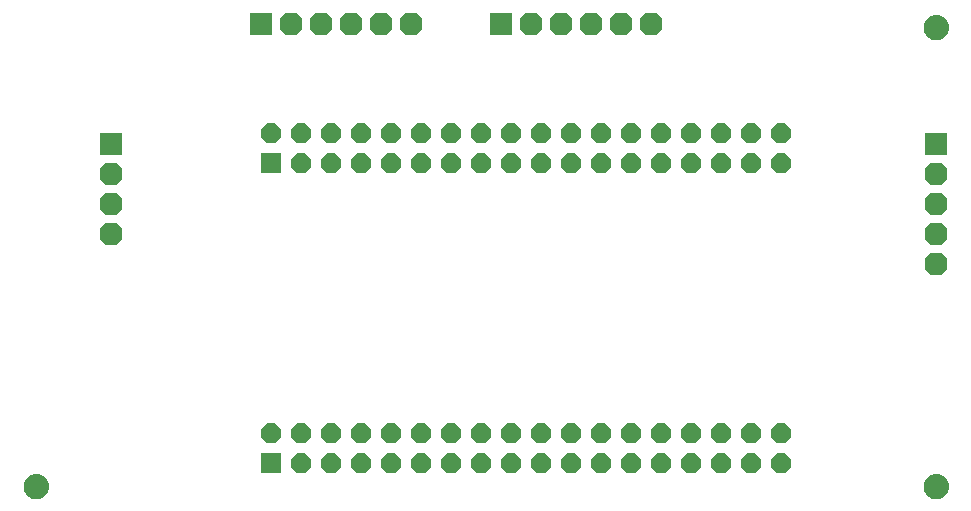
<source format=gbr>
G04 EAGLE Gerber RS-274X export*
G75*
%MOMM*%
%FSLAX34Y34*%
%LPD*%
%INSoldermask Top*%
%IPPOS*%
%AMOC8*
5,1,8,0,0,1.08239X$1,22.5*%
G01*
%ADD10R,1.676400X1.676400*%
%ADD11P,1.814519X8X22.500000*%
%ADD12P,2.089446X8X112.500000*%
%ADD13R,1.930400X1.930400*%
%ADD14P,2.089446X8X22.500000*%
%ADD15C,0.609600*%
%ADD16C,1.168400*%


D10*
X236900Y108960D03*
D11*
X236900Y134360D03*
X262300Y108960D03*
X262300Y134360D03*
X287700Y108960D03*
X287700Y134360D03*
X313100Y108960D03*
X313100Y134360D03*
X338500Y108960D03*
X338500Y134360D03*
X363900Y108960D03*
X363900Y134360D03*
X389300Y108960D03*
X389300Y134360D03*
X414700Y108960D03*
X414700Y134360D03*
X440100Y108960D03*
X440100Y134360D03*
X465500Y108960D03*
X465500Y134360D03*
X490900Y108960D03*
X490900Y134360D03*
X516300Y108960D03*
X516300Y134360D03*
X541700Y108960D03*
X541700Y134360D03*
X567100Y108960D03*
X567100Y134360D03*
X592500Y108960D03*
X592500Y134360D03*
X617900Y108960D03*
X617900Y134360D03*
X643300Y108960D03*
X643300Y134360D03*
X668700Y108960D03*
X668700Y134360D03*
D10*
X236900Y362960D03*
D11*
X236900Y388360D03*
X262300Y362960D03*
X262300Y388360D03*
X287700Y362960D03*
X287700Y388360D03*
X313100Y362960D03*
X313100Y388360D03*
X338500Y362960D03*
X338500Y388360D03*
X363900Y362960D03*
X363900Y388360D03*
X389300Y362960D03*
X389300Y388360D03*
X414700Y362960D03*
X414700Y388360D03*
X440100Y362960D03*
X440100Y388360D03*
X465500Y362960D03*
X465500Y388360D03*
X490900Y362960D03*
X490900Y388360D03*
X516300Y362960D03*
X516300Y388360D03*
X541700Y362960D03*
X541700Y388360D03*
X567100Y362960D03*
X567100Y388360D03*
X592500Y362960D03*
X592500Y388360D03*
X617900Y362960D03*
X617900Y388360D03*
X643300Y362960D03*
X643300Y388360D03*
X668700Y362960D03*
X668700Y388360D03*
D12*
X457200Y480060D03*
D13*
X431800Y480060D03*
D12*
X482600Y480060D03*
X508000Y480060D03*
X533400Y480060D03*
X558800Y480060D03*
X254000Y480060D03*
D13*
X228600Y480060D03*
D12*
X279400Y480060D03*
X304800Y480060D03*
X330200Y480060D03*
X355600Y480060D03*
D14*
X101600Y353060D03*
D13*
X101600Y378460D03*
D14*
X101600Y327660D03*
X101600Y302260D03*
X800100Y353060D03*
D13*
X800100Y378460D03*
D14*
X800100Y327660D03*
X800100Y302260D03*
X800100Y276860D03*
D15*
X30480Y88900D02*
X30482Y89087D01*
X30489Y89274D01*
X30501Y89461D01*
X30517Y89647D01*
X30537Y89833D01*
X30562Y90018D01*
X30592Y90203D01*
X30626Y90387D01*
X30665Y90570D01*
X30708Y90752D01*
X30756Y90932D01*
X30808Y91112D01*
X30865Y91290D01*
X30925Y91467D01*
X30991Y91642D01*
X31060Y91816D01*
X31134Y91988D01*
X31212Y92158D01*
X31294Y92326D01*
X31380Y92492D01*
X31470Y92656D01*
X31564Y92817D01*
X31662Y92977D01*
X31764Y93133D01*
X31870Y93288D01*
X31980Y93439D01*
X32093Y93588D01*
X32210Y93734D01*
X32330Y93877D01*
X32454Y94017D01*
X32581Y94154D01*
X32712Y94288D01*
X32846Y94419D01*
X32983Y94546D01*
X33123Y94670D01*
X33266Y94790D01*
X33412Y94907D01*
X33561Y95020D01*
X33712Y95130D01*
X33867Y95236D01*
X34023Y95338D01*
X34183Y95436D01*
X34344Y95530D01*
X34508Y95620D01*
X34674Y95706D01*
X34842Y95788D01*
X35012Y95866D01*
X35184Y95940D01*
X35358Y96009D01*
X35533Y96075D01*
X35710Y96135D01*
X35888Y96192D01*
X36068Y96244D01*
X36248Y96292D01*
X36430Y96335D01*
X36613Y96374D01*
X36797Y96408D01*
X36982Y96438D01*
X37167Y96463D01*
X37353Y96483D01*
X37539Y96499D01*
X37726Y96511D01*
X37913Y96518D01*
X38100Y96520D01*
X38287Y96518D01*
X38474Y96511D01*
X38661Y96499D01*
X38847Y96483D01*
X39033Y96463D01*
X39218Y96438D01*
X39403Y96408D01*
X39587Y96374D01*
X39770Y96335D01*
X39952Y96292D01*
X40132Y96244D01*
X40312Y96192D01*
X40490Y96135D01*
X40667Y96075D01*
X40842Y96009D01*
X41016Y95940D01*
X41188Y95866D01*
X41358Y95788D01*
X41526Y95706D01*
X41692Y95620D01*
X41856Y95530D01*
X42017Y95436D01*
X42177Y95338D01*
X42333Y95236D01*
X42488Y95130D01*
X42639Y95020D01*
X42788Y94907D01*
X42934Y94790D01*
X43077Y94670D01*
X43217Y94546D01*
X43354Y94419D01*
X43488Y94288D01*
X43619Y94154D01*
X43746Y94017D01*
X43870Y93877D01*
X43990Y93734D01*
X44107Y93588D01*
X44220Y93439D01*
X44330Y93288D01*
X44436Y93133D01*
X44538Y92977D01*
X44636Y92817D01*
X44730Y92656D01*
X44820Y92492D01*
X44906Y92326D01*
X44988Y92158D01*
X45066Y91988D01*
X45140Y91816D01*
X45209Y91642D01*
X45275Y91467D01*
X45335Y91290D01*
X45392Y91112D01*
X45444Y90932D01*
X45492Y90752D01*
X45535Y90570D01*
X45574Y90387D01*
X45608Y90203D01*
X45638Y90018D01*
X45663Y89833D01*
X45683Y89647D01*
X45699Y89461D01*
X45711Y89274D01*
X45718Y89087D01*
X45720Y88900D01*
X45718Y88713D01*
X45711Y88526D01*
X45699Y88339D01*
X45683Y88153D01*
X45663Y87967D01*
X45638Y87782D01*
X45608Y87597D01*
X45574Y87413D01*
X45535Y87230D01*
X45492Y87048D01*
X45444Y86868D01*
X45392Y86688D01*
X45335Y86510D01*
X45275Y86333D01*
X45209Y86158D01*
X45140Y85984D01*
X45066Y85812D01*
X44988Y85642D01*
X44906Y85474D01*
X44820Y85308D01*
X44730Y85144D01*
X44636Y84983D01*
X44538Y84823D01*
X44436Y84667D01*
X44330Y84512D01*
X44220Y84361D01*
X44107Y84212D01*
X43990Y84066D01*
X43870Y83923D01*
X43746Y83783D01*
X43619Y83646D01*
X43488Y83512D01*
X43354Y83381D01*
X43217Y83254D01*
X43077Y83130D01*
X42934Y83010D01*
X42788Y82893D01*
X42639Y82780D01*
X42488Y82670D01*
X42333Y82564D01*
X42177Y82462D01*
X42017Y82364D01*
X41856Y82270D01*
X41692Y82180D01*
X41526Y82094D01*
X41358Y82012D01*
X41188Y81934D01*
X41016Y81860D01*
X40842Y81791D01*
X40667Y81725D01*
X40490Y81665D01*
X40312Y81608D01*
X40132Y81556D01*
X39952Y81508D01*
X39770Y81465D01*
X39587Y81426D01*
X39403Y81392D01*
X39218Y81362D01*
X39033Y81337D01*
X38847Y81317D01*
X38661Y81301D01*
X38474Y81289D01*
X38287Y81282D01*
X38100Y81280D01*
X37913Y81282D01*
X37726Y81289D01*
X37539Y81301D01*
X37353Y81317D01*
X37167Y81337D01*
X36982Y81362D01*
X36797Y81392D01*
X36613Y81426D01*
X36430Y81465D01*
X36248Y81508D01*
X36068Y81556D01*
X35888Y81608D01*
X35710Y81665D01*
X35533Y81725D01*
X35358Y81791D01*
X35184Y81860D01*
X35012Y81934D01*
X34842Y82012D01*
X34674Y82094D01*
X34508Y82180D01*
X34344Y82270D01*
X34183Y82364D01*
X34023Y82462D01*
X33867Y82564D01*
X33712Y82670D01*
X33561Y82780D01*
X33412Y82893D01*
X33266Y83010D01*
X33123Y83130D01*
X32983Y83254D01*
X32846Y83381D01*
X32712Y83512D01*
X32581Y83646D01*
X32454Y83783D01*
X32330Y83923D01*
X32210Y84066D01*
X32093Y84212D01*
X31980Y84361D01*
X31870Y84512D01*
X31764Y84667D01*
X31662Y84823D01*
X31564Y84983D01*
X31470Y85144D01*
X31380Y85308D01*
X31294Y85474D01*
X31212Y85642D01*
X31134Y85812D01*
X31060Y85984D01*
X30991Y86158D01*
X30925Y86333D01*
X30865Y86510D01*
X30808Y86688D01*
X30756Y86868D01*
X30708Y87048D01*
X30665Y87230D01*
X30626Y87413D01*
X30592Y87597D01*
X30562Y87782D01*
X30537Y87967D01*
X30517Y88153D01*
X30501Y88339D01*
X30489Y88526D01*
X30482Y88713D01*
X30480Y88900D01*
D16*
X38100Y88900D03*
D15*
X792480Y88900D02*
X792482Y89087D01*
X792489Y89274D01*
X792501Y89461D01*
X792517Y89647D01*
X792537Y89833D01*
X792562Y90018D01*
X792592Y90203D01*
X792626Y90387D01*
X792665Y90570D01*
X792708Y90752D01*
X792756Y90932D01*
X792808Y91112D01*
X792865Y91290D01*
X792925Y91467D01*
X792991Y91642D01*
X793060Y91816D01*
X793134Y91988D01*
X793212Y92158D01*
X793294Y92326D01*
X793380Y92492D01*
X793470Y92656D01*
X793564Y92817D01*
X793662Y92977D01*
X793764Y93133D01*
X793870Y93288D01*
X793980Y93439D01*
X794093Y93588D01*
X794210Y93734D01*
X794330Y93877D01*
X794454Y94017D01*
X794581Y94154D01*
X794712Y94288D01*
X794846Y94419D01*
X794983Y94546D01*
X795123Y94670D01*
X795266Y94790D01*
X795412Y94907D01*
X795561Y95020D01*
X795712Y95130D01*
X795867Y95236D01*
X796023Y95338D01*
X796183Y95436D01*
X796344Y95530D01*
X796508Y95620D01*
X796674Y95706D01*
X796842Y95788D01*
X797012Y95866D01*
X797184Y95940D01*
X797358Y96009D01*
X797533Y96075D01*
X797710Y96135D01*
X797888Y96192D01*
X798068Y96244D01*
X798248Y96292D01*
X798430Y96335D01*
X798613Y96374D01*
X798797Y96408D01*
X798982Y96438D01*
X799167Y96463D01*
X799353Y96483D01*
X799539Y96499D01*
X799726Y96511D01*
X799913Y96518D01*
X800100Y96520D01*
X800287Y96518D01*
X800474Y96511D01*
X800661Y96499D01*
X800847Y96483D01*
X801033Y96463D01*
X801218Y96438D01*
X801403Y96408D01*
X801587Y96374D01*
X801770Y96335D01*
X801952Y96292D01*
X802132Y96244D01*
X802312Y96192D01*
X802490Y96135D01*
X802667Y96075D01*
X802842Y96009D01*
X803016Y95940D01*
X803188Y95866D01*
X803358Y95788D01*
X803526Y95706D01*
X803692Y95620D01*
X803856Y95530D01*
X804017Y95436D01*
X804177Y95338D01*
X804333Y95236D01*
X804488Y95130D01*
X804639Y95020D01*
X804788Y94907D01*
X804934Y94790D01*
X805077Y94670D01*
X805217Y94546D01*
X805354Y94419D01*
X805488Y94288D01*
X805619Y94154D01*
X805746Y94017D01*
X805870Y93877D01*
X805990Y93734D01*
X806107Y93588D01*
X806220Y93439D01*
X806330Y93288D01*
X806436Y93133D01*
X806538Y92977D01*
X806636Y92817D01*
X806730Y92656D01*
X806820Y92492D01*
X806906Y92326D01*
X806988Y92158D01*
X807066Y91988D01*
X807140Y91816D01*
X807209Y91642D01*
X807275Y91467D01*
X807335Y91290D01*
X807392Y91112D01*
X807444Y90932D01*
X807492Y90752D01*
X807535Y90570D01*
X807574Y90387D01*
X807608Y90203D01*
X807638Y90018D01*
X807663Y89833D01*
X807683Y89647D01*
X807699Y89461D01*
X807711Y89274D01*
X807718Y89087D01*
X807720Y88900D01*
X807718Y88713D01*
X807711Y88526D01*
X807699Y88339D01*
X807683Y88153D01*
X807663Y87967D01*
X807638Y87782D01*
X807608Y87597D01*
X807574Y87413D01*
X807535Y87230D01*
X807492Y87048D01*
X807444Y86868D01*
X807392Y86688D01*
X807335Y86510D01*
X807275Y86333D01*
X807209Y86158D01*
X807140Y85984D01*
X807066Y85812D01*
X806988Y85642D01*
X806906Y85474D01*
X806820Y85308D01*
X806730Y85144D01*
X806636Y84983D01*
X806538Y84823D01*
X806436Y84667D01*
X806330Y84512D01*
X806220Y84361D01*
X806107Y84212D01*
X805990Y84066D01*
X805870Y83923D01*
X805746Y83783D01*
X805619Y83646D01*
X805488Y83512D01*
X805354Y83381D01*
X805217Y83254D01*
X805077Y83130D01*
X804934Y83010D01*
X804788Y82893D01*
X804639Y82780D01*
X804488Y82670D01*
X804333Y82564D01*
X804177Y82462D01*
X804017Y82364D01*
X803856Y82270D01*
X803692Y82180D01*
X803526Y82094D01*
X803358Y82012D01*
X803188Y81934D01*
X803016Y81860D01*
X802842Y81791D01*
X802667Y81725D01*
X802490Y81665D01*
X802312Y81608D01*
X802132Y81556D01*
X801952Y81508D01*
X801770Y81465D01*
X801587Y81426D01*
X801403Y81392D01*
X801218Y81362D01*
X801033Y81337D01*
X800847Y81317D01*
X800661Y81301D01*
X800474Y81289D01*
X800287Y81282D01*
X800100Y81280D01*
X799913Y81282D01*
X799726Y81289D01*
X799539Y81301D01*
X799353Y81317D01*
X799167Y81337D01*
X798982Y81362D01*
X798797Y81392D01*
X798613Y81426D01*
X798430Y81465D01*
X798248Y81508D01*
X798068Y81556D01*
X797888Y81608D01*
X797710Y81665D01*
X797533Y81725D01*
X797358Y81791D01*
X797184Y81860D01*
X797012Y81934D01*
X796842Y82012D01*
X796674Y82094D01*
X796508Y82180D01*
X796344Y82270D01*
X796183Y82364D01*
X796023Y82462D01*
X795867Y82564D01*
X795712Y82670D01*
X795561Y82780D01*
X795412Y82893D01*
X795266Y83010D01*
X795123Y83130D01*
X794983Y83254D01*
X794846Y83381D01*
X794712Y83512D01*
X794581Y83646D01*
X794454Y83783D01*
X794330Y83923D01*
X794210Y84066D01*
X794093Y84212D01*
X793980Y84361D01*
X793870Y84512D01*
X793764Y84667D01*
X793662Y84823D01*
X793564Y84983D01*
X793470Y85144D01*
X793380Y85308D01*
X793294Y85474D01*
X793212Y85642D01*
X793134Y85812D01*
X793060Y85984D01*
X792991Y86158D01*
X792925Y86333D01*
X792865Y86510D01*
X792808Y86688D01*
X792756Y86868D01*
X792708Y87048D01*
X792665Y87230D01*
X792626Y87413D01*
X792592Y87597D01*
X792562Y87782D01*
X792537Y87967D01*
X792517Y88153D01*
X792501Y88339D01*
X792489Y88526D01*
X792482Y88713D01*
X792480Y88900D01*
D16*
X800100Y88900D03*
D15*
X792480Y477520D02*
X792482Y477707D01*
X792489Y477894D01*
X792501Y478081D01*
X792517Y478267D01*
X792537Y478453D01*
X792562Y478638D01*
X792592Y478823D01*
X792626Y479007D01*
X792665Y479190D01*
X792708Y479372D01*
X792756Y479552D01*
X792808Y479732D01*
X792865Y479910D01*
X792925Y480087D01*
X792991Y480262D01*
X793060Y480436D01*
X793134Y480608D01*
X793212Y480778D01*
X793294Y480946D01*
X793380Y481112D01*
X793470Y481276D01*
X793564Y481437D01*
X793662Y481597D01*
X793764Y481753D01*
X793870Y481908D01*
X793980Y482059D01*
X794093Y482208D01*
X794210Y482354D01*
X794330Y482497D01*
X794454Y482637D01*
X794581Y482774D01*
X794712Y482908D01*
X794846Y483039D01*
X794983Y483166D01*
X795123Y483290D01*
X795266Y483410D01*
X795412Y483527D01*
X795561Y483640D01*
X795712Y483750D01*
X795867Y483856D01*
X796023Y483958D01*
X796183Y484056D01*
X796344Y484150D01*
X796508Y484240D01*
X796674Y484326D01*
X796842Y484408D01*
X797012Y484486D01*
X797184Y484560D01*
X797358Y484629D01*
X797533Y484695D01*
X797710Y484755D01*
X797888Y484812D01*
X798068Y484864D01*
X798248Y484912D01*
X798430Y484955D01*
X798613Y484994D01*
X798797Y485028D01*
X798982Y485058D01*
X799167Y485083D01*
X799353Y485103D01*
X799539Y485119D01*
X799726Y485131D01*
X799913Y485138D01*
X800100Y485140D01*
X800287Y485138D01*
X800474Y485131D01*
X800661Y485119D01*
X800847Y485103D01*
X801033Y485083D01*
X801218Y485058D01*
X801403Y485028D01*
X801587Y484994D01*
X801770Y484955D01*
X801952Y484912D01*
X802132Y484864D01*
X802312Y484812D01*
X802490Y484755D01*
X802667Y484695D01*
X802842Y484629D01*
X803016Y484560D01*
X803188Y484486D01*
X803358Y484408D01*
X803526Y484326D01*
X803692Y484240D01*
X803856Y484150D01*
X804017Y484056D01*
X804177Y483958D01*
X804333Y483856D01*
X804488Y483750D01*
X804639Y483640D01*
X804788Y483527D01*
X804934Y483410D01*
X805077Y483290D01*
X805217Y483166D01*
X805354Y483039D01*
X805488Y482908D01*
X805619Y482774D01*
X805746Y482637D01*
X805870Y482497D01*
X805990Y482354D01*
X806107Y482208D01*
X806220Y482059D01*
X806330Y481908D01*
X806436Y481753D01*
X806538Y481597D01*
X806636Y481437D01*
X806730Y481276D01*
X806820Y481112D01*
X806906Y480946D01*
X806988Y480778D01*
X807066Y480608D01*
X807140Y480436D01*
X807209Y480262D01*
X807275Y480087D01*
X807335Y479910D01*
X807392Y479732D01*
X807444Y479552D01*
X807492Y479372D01*
X807535Y479190D01*
X807574Y479007D01*
X807608Y478823D01*
X807638Y478638D01*
X807663Y478453D01*
X807683Y478267D01*
X807699Y478081D01*
X807711Y477894D01*
X807718Y477707D01*
X807720Y477520D01*
X807718Y477333D01*
X807711Y477146D01*
X807699Y476959D01*
X807683Y476773D01*
X807663Y476587D01*
X807638Y476402D01*
X807608Y476217D01*
X807574Y476033D01*
X807535Y475850D01*
X807492Y475668D01*
X807444Y475488D01*
X807392Y475308D01*
X807335Y475130D01*
X807275Y474953D01*
X807209Y474778D01*
X807140Y474604D01*
X807066Y474432D01*
X806988Y474262D01*
X806906Y474094D01*
X806820Y473928D01*
X806730Y473764D01*
X806636Y473603D01*
X806538Y473443D01*
X806436Y473287D01*
X806330Y473132D01*
X806220Y472981D01*
X806107Y472832D01*
X805990Y472686D01*
X805870Y472543D01*
X805746Y472403D01*
X805619Y472266D01*
X805488Y472132D01*
X805354Y472001D01*
X805217Y471874D01*
X805077Y471750D01*
X804934Y471630D01*
X804788Y471513D01*
X804639Y471400D01*
X804488Y471290D01*
X804333Y471184D01*
X804177Y471082D01*
X804017Y470984D01*
X803856Y470890D01*
X803692Y470800D01*
X803526Y470714D01*
X803358Y470632D01*
X803188Y470554D01*
X803016Y470480D01*
X802842Y470411D01*
X802667Y470345D01*
X802490Y470285D01*
X802312Y470228D01*
X802132Y470176D01*
X801952Y470128D01*
X801770Y470085D01*
X801587Y470046D01*
X801403Y470012D01*
X801218Y469982D01*
X801033Y469957D01*
X800847Y469937D01*
X800661Y469921D01*
X800474Y469909D01*
X800287Y469902D01*
X800100Y469900D01*
X799913Y469902D01*
X799726Y469909D01*
X799539Y469921D01*
X799353Y469937D01*
X799167Y469957D01*
X798982Y469982D01*
X798797Y470012D01*
X798613Y470046D01*
X798430Y470085D01*
X798248Y470128D01*
X798068Y470176D01*
X797888Y470228D01*
X797710Y470285D01*
X797533Y470345D01*
X797358Y470411D01*
X797184Y470480D01*
X797012Y470554D01*
X796842Y470632D01*
X796674Y470714D01*
X796508Y470800D01*
X796344Y470890D01*
X796183Y470984D01*
X796023Y471082D01*
X795867Y471184D01*
X795712Y471290D01*
X795561Y471400D01*
X795412Y471513D01*
X795266Y471630D01*
X795123Y471750D01*
X794983Y471874D01*
X794846Y472001D01*
X794712Y472132D01*
X794581Y472266D01*
X794454Y472403D01*
X794330Y472543D01*
X794210Y472686D01*
X794093Y472832D01*
X793980Y472981D01*
X793870Y473132D01*
X793764Y473287D01*
X793662Y473443D01*
X793564Y473603D01*
X793470Y473764D01*
X793380Y473928D01*
X793294Y474094D01*
X793212Y474262D01*
X793134Y474432D01*
X793060Y474604D01*
X792991Y474778D01*
X792925Y474953D01*
X792865Y475130D01*
X792808Y475308D01*
X792756Y475488D01*
X792708Y475668D01*
X792665Y475850D01*
X792626Y476033D01*
X792592Y476217D01*
X792562Y476402D01*
X792537Y476587D01*
X792517Y476773D01*
X792501Y476959D01*
X792489Y477146D01*
X792482Y477333D01*
X792480Y477520D01*
D16*
X800100Y477520D03*
M02*

</source>
